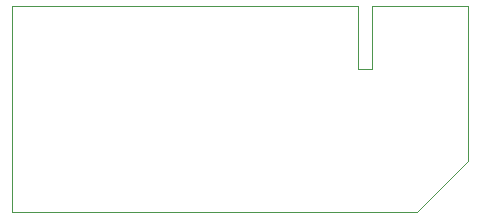
<source format=gbr>
G04 #@! TF.GenerationSoftware,KiCad,Pcbnew,(5.1.10-1-10_14)*
G04 #@! TF.CreationDate,2021-12-27T15:36:47-05:00*
G04 #@! TF.ProjectId,9DIN2VGA,3944494e-3256-4474-912e-6b696361645f,1*
G04 #@! TF.SameCoordinates,Original*
G04 #@! TF.FileFunction,Profile,NP*
%FSLAX46Y46*%
G04 Gerber Fmt 4.6, Leading zero omitted, Abs format (unit mm)*
G04 Created by KiCad (PCBNEW (5.1.10-1-10_14)) date 2021-12-27 15:36:47*
%MOMM*%
%LPD*%
G01*
G04 APERTURE LIST*
G04 #@! TA.AperFunction,Profile*
%ADD10C,0.100000*%
G04 #@! TD*
G04 APERTURE END LIST*
D10*
X144760000Y-89080000D02*
X115500000Y-89080000D01*
X144760000Y-94440000D02*
X144760000Y-89080000D01*
X145960000Y-94440000D02*
X144760000Y-94440000D01*
X145960000Y-89080000D02*
X145960000Y-94440000D01*
X154130000Y-89080000D02*
X145960000Y-89080000D01*
X154130000Y-102190000D02*
X154130000Y-89080000D01*
X149760000Y-106560000D02*
X154130000Y-102190000D01*
X115500000Y-106560000D02*
X149760000Y-106560000D01*
X115500000Y-89080000D02*
X115500000Y-106560000D01*
M02*

</source>
